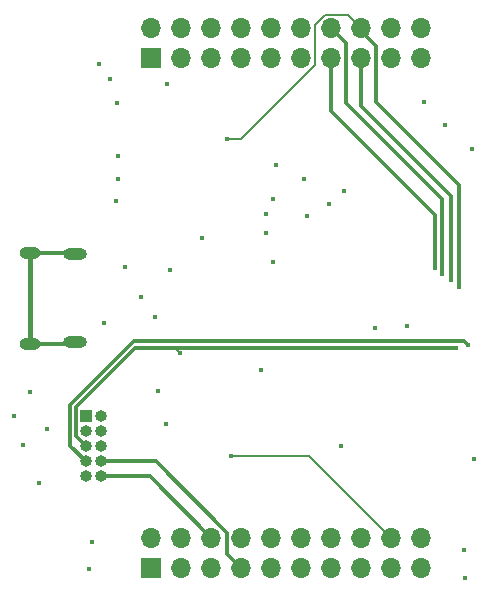
<source format=gbr>
%TF.GenerationSoftware,KiCad,Pcbnew,(5.1.12-1-10_14)*%
%TF.CreationDate,2022-01-30T11:35:25+08:00*%
%TF.ProjectId,bl600-sa-devboard,626c3630-302d-4736-912d-646576626f61,rev?*%
%TF.SameCoordinates,Original*%
%TF.FileFunction,Copper,L4,Bot*%
%TF.FilePolarity,Positive*%
%FSLAX46Y46*%
G04 Gerber Fmt 4.6, Leading zero omitted, Abs format (unit mm)*
G04 Created by KiCad (PCBNEW (5.1.12-1-10_14)) date 2022-01-30 11:35:25*
%MOMM*%
%LPD*%
G01*
G04 APERTURE LIST*
%TA.AperFunction,ComponentPad*%
%ADD10O,1.700000X1.700000*%
%TD*%
%TA.AperFunction,ComponentPad*%
%ADD11R,1.700000X1.700000*%
%TD*%
%TA.AperFunction,ComponentPad*%
%ADD12O,1.800000X1.000000*%
%TD*%
%TA.AperFunction,ComponentPad*%
%ADD13O,2.000000X1.000000*%
%TD*%
%TA.AperFunction,ComponentPad*%
%ADD14O,1.000000X1.000000*%
%TD*%
%TA.AperFunction,ComponentPad*%
%ADD15R,1.000000X1.000000*%
%TD*%
%TA.AperFunction,ViaPad*%
%ADD16C,0.450000*%
%TD*%
%TA.AperFunction,Conductor*%
%ADD17C,0.300000*%
%TD*%
%TA.AperFunction,Conductor*%
%ADD18C,0.200000*%
%TD*%
%TA.AperFunction,Conductor*%
%ADD19C,0.450000*%
%TD*%
G04 APERTURE END LIST*
D10*
%TO.P,J3,20*%
%TO.N,GND*%
X136150000Y-52140000D03*
%TO.P,J3,19*%
X136150000Y-54680000D03*
%TO.P,J3,18*%
X133610000Y-52140000D03*
%TO.P,J3,17*%
X133610000Y-54680000D03*
%TO.P,J3,16*%
%TO.N,IO_17*%
X131070000Y-52140000D03*
%TO.P,J3,15*%
%TO.N,IO_18*%
X131070000Y-54680000D03*
%TO.P,J3,14*%
%TO.N,IO_19*%
X128530000Y-52140000D03*
%TO.P,J3,13*%
%TO.N,IO_20*%
X128530000Y-54680000D03*
%TO.P,J3,12*%
%TO.N,IO_21*%
X125990000Y-52140000D03*
%TO.P,J3,11*%
%TO.N,IO_22*%
X125990000Y-54680000D03*
%TO.P,J3,10*%
%TO.N,IO_23*%
X123450000Y-52140000D03*
%TO.P,J3,9*%
%TO.N,IO_24*%
X123450000Y-54680000D03*
%TO.P,J3,8*%
%TO.N,IO_25*%
X120910000Y-52140000D03*
%TO.P,J3,7*%
%TO.N,IO_26*%
X120910000Y-54680000D03*
%TO.P,J3,6*%
%TO.N,IO_27*%
X118370000Y-52140000D03*
%TO.P,J3,5*%
%TO.N,IO_28*%
X118370000Y-54680000D03*
%TO.P,J3,4*%
%TO.N,IO_29*%
X115830000Y-52140000D03*
%TO.P,J3,3*%
%TO.N,IO_30*%
X115830000Y-54680000D03*
%TO.P,J3,2*%
%TO.N,+3V3*%
X113290000Y-52140000D03*
D11*
%TO.P,J3,1*%
X113290000Y-54680000D03*
%TD*%
D10*
%TO.P,J2,20*%
%TO.N,GND*%
X136150000Y-95320000D03*
%TO.P,J2,19*%
X136150000Y-97860000D03*
%TO.P,J2,18*%
%TO.N,IO_16*%
X133610000Y-95320000D03*
%TO.P,J2,17*%
%TO.N,IO_15*%
X133610000Y-97860000D03*
%TO.P,J2,16*%
%TO.N,IO_14*%
X131070000Y-95320000D03*
%TO.P,J2,15*%
%TO.N,IO_13*%
X131070000Y-97860000D03*
%TO.P,J2,14*%
%TO.N,IO_12*%
X128530000Y-95320000D03*
%TO.P,J2,13*%
%TO.N,IO_11*%
X128530000Y-97860000D03*
%TO.P,J2,12*%
%TO.N,IO_10*%
X125990000Y-95320000D03*
%TO.P,J2,11*%
%TO.N,IO_9*%
X125990000Y-97860000D03*
%TO.P,J2,10*%
%TO.N,IO_8*%
X123450000Y-95320000D03*
%TO.P,J2,9*%
%TO.N,IO_7*%
X123450000Y-97860000D03*
%TO.P,J2,8*%
%TO.N,IO_6*%
X120910000Y-95320000D03*
%TO.P,J2,7*%
%TO.N,IO_5*%
X120910000Y-97860000D03*
%TO.P,J2,6*%
%TO.N,IO_4*%
X118370000Y-95320000D03*
%TO.P,J2,5*%
%TO.N,IO_3*%
X118370000Y-97860000D03*
%TO.P,J2,4*%
%TO.N,IO_2*%
X115830000Y-95320000D03*
%TO.P,J2,3*%
%TO.N,IO_1*%
X115830000Y-97860000D03*
%TO.P,J2,2*%
%TO.N,IO_0*%
X113290000Y-95320000D03*
D11*
%TO.P,J2,1*%
%TO.N,+3V3*%
X113290000Y-97860000D03*
%TD*%
D12*
%TO.P,J1,0*%
%TO.N,Net-(J1-Pad0)*%
X103050000Y-78875000D03*
X103050000Y-71125000D03*
D13*
X106850000Y-78725000D03*
X106850000Y-71275000D03*
%TD*%
D14*
%TO.P,CON1,9*%
%TO.N,GND*%
X107775000Y-90080000D03*
%TO.P,CON1,10*%
%TO.N,IO_4*%
X109045000Y-90080000D03*
%TO.P,CON1,7*%
%TO.N,SWCLK*%
X107775000Y-88810000D03*
%TO.P,CON1,8*%
%TO.N,IO_5*%
X109045000Y-88810000D03*
%TO.P,CON1,5*%
%TO.N,SWDIO*%
X107775000Y-87540000D03*
%TO.P,CON1,6*%
%TO.N,GND*%
X109045000Y-87540000D03*
%TO.P,CON1,3*%
%TO.N,+3V3*%
X107775000Y-86270000D03*
%TO.P,CON1,4*%
%TO.N,N/C*%
X109045000Y-86270000D03*
%TO.P,CON1,2*%
X109045000Y-85000000D03*
D15*
%TO.P,CON1,1*%
X107775000Y-85000000D03*
%TD*%
D16*
%TO.N,GND*%
X140600000Y-88630000D03*
X109240000Y-77050000D03*
X134960000Y-77350000D03*
X129320000Y-87490000D03*
X108830000Y-55140000D03*
X109770000Y-56460000D03*
X110400000Y-58440000D03*
X114640000Y-56830000D03*
X123830000Y-63680000D03*
X126190000Y-64920000D03*
X122970000Y-69430000D03*
X123570000Y-66600000D03*
X126460000Y-68030000D03*
X123570000Y-71920000D03*
X129590000Y-65950000D03*
X128340000Y-66980000D03*
X117600000Y-69910000D03*
X112450000Y-74850000D03*
X113610000Y-76610000D03*
X114900000Y-72610000D03*
X111030000Y-72350000D03*
X114510000Y-85670000D03*
X113810000Y-82840000D03*
X103030000Y-82910000D03*
X102390000Y-87400000D03*
X103740000Y-90670000D03*
X104440000Y-86050000D03*
X101680000Y-84960000D03*
X140430000Y-62320000D03*
X136390000Y-58400000D03*
X138120000Y-60330000D03*
X139790000Y-96320000D03*
X139850000Y-98690000D03*
X108290000Y-95670000D03*
X108030000Y-97920000D03*
X122530000Y-81050000D03*
%TO.N,+3V3*%
X110470000Y-64870000D03*
X110280000Y-66720000D03*
X110470000Y-62930000D03*
X132260000Y-77510000D03*
X122990000Y-67900000D03*
%TO.N,SWCLK*%
X140090000Y-78980000D03*
%TO.N,SWDIO*%
X139040000Y-79220000D03*
X115680000Y-79630000D03*
%TO.N,IO_16*%
X120060000Y-88360000D03*
%TO.N,IO_17*%
X139310000Y-74040000D03*
X119670000Y-61530000D03*
%TO.N,IO_18*%
X138620000Y-73440000D03*
%TO.N,IO_19*%
X137930000Y-72980000D03*
%TO.N,IO_20*%
X137270000Y-72460000D03*
%TD*%
D17*
%TO.N,SWCLK*%
X106424989Y-84012889D02*
X111792879Y-78644999D01*
X139754999Y-78644999D02*
X140090000Y-78980000D01*
X106424989Y-87459989D02*
X106424989Y-84012889D01*
X111792879Y-78644999D02*
X139754999Y-78644999D01*
X107775000Y-88810000D02*
X106424989Y-87459989D01*
%TO.N,SWDIO*%
X106924999Y-84219999D02*
X111924998Y-79220000D01*
X106924999Y-86689999D02*
X106924999Y-84219999D01*
X107775000Y-87540000D02*
X106924999Y-86689999D01*
D18*
X115380000Y-79330000D02*
X115380000Y-79220000D01*
X115680000Y-79630000D02*
X115380000Y-79330000D01*
D17*
X115380000Y-79220000D02*
X139040000Y-79220000D01*
X111924998Y-79220000D02*
X115380000Y-79220000D01*
%TO.N,Net-(J1-Pad0)*%
X106700000Y-78875000D02*
X106850000Y-78725000D01*
X103050000Y-78875000D02*
X106700000Y-78875000D01*
X106700000Y-71125000D02*
X106850000Y-71275000D01*
X103050000Y-71125000D02*
X106700000Y-71125000D01*
D19*
X103050000Y-78875000D02*
X103050000Y-71125000D01*
D17*
%TO.N,IO_4*%
X113130000Y-90080000D02*
X118370000Y-95320000D01*
X109045000Y-90080000D02*
X113130000Y-90080000D01*
%TO.N,IO_5*%
X119709999Y-96659999D02*
X120910000Y-97860000D01*
X119709999Y-94883997D02*
X119709999Y-96659999D01*
X113636002Y-88810000D02*
X119709999Y-94883997D01*
X109045000Y-88810000D02*
X113636002Y-88810000D01*
D18*
%TO.N,IO_16*%
X126650000Y-88360000D02*
X120060000Y-88360000D01*
X133610000Y-95320000D02*
X126650000Y-88360000D01*
D17*
%TO.N,IO_17*%
X139310000Y-74040000D02*
X139310000Y-65430000D01*
X132270001Y-58390001D02*
X132270001Y-53600001D01*
X139310000Y-65430000D02*
X132270001Y-58390001D01*
X131070000Y-52400000D02*
X131070000Y-52140000D01*
X132270001Y-53600001D02*
X131070000Y-52400000D01*
D18*
X120842002Y-61530000D02*
X119670000Y-61530000D01*
X129919999Y-50989999D02*
X127977999Y-50989999D01*
X127140001Y-55232001D02*
X120842002Y-61530000D01*
X127977999Y-50989999D02*
X127140001Y-51827997D01*
X127140001Y-51827997D02*
X127140001Y-55232001D01*
X131070000Y-52140000D02*
X129919999Y-50989999D01*
D17*
%TO.N,IO_18*%
X138620000Y-73440000D02*
X138620000Y-66300000D01*
X131070000Y-58750000D02*
X131070000Y-54680000D01*
X138620000Y-66300000D02*
X131070000Y-58750000D01*
%TO.N,IO_19*%
X137930000Y-72980000D02*
X137930000Y-66630000D01*
X129730001Y-53340001D02*
X128530000Y-52140000D01*
X129730001Y-58430001D02*
X129730001Y-53340001D01*
X137930000Y-66630000D02*
X129730001Y-58430001D01*
%TO.N,IO_20*%
X137270000Y-72460000D02*
X137270000Y-67910000D01*
X128530000Y-59170000D02*
X128530000Y-54680000D01*
X137270000Y-67910000D02*
X128530000Y-59170000D01*
%TD*%
M02*

</source>
